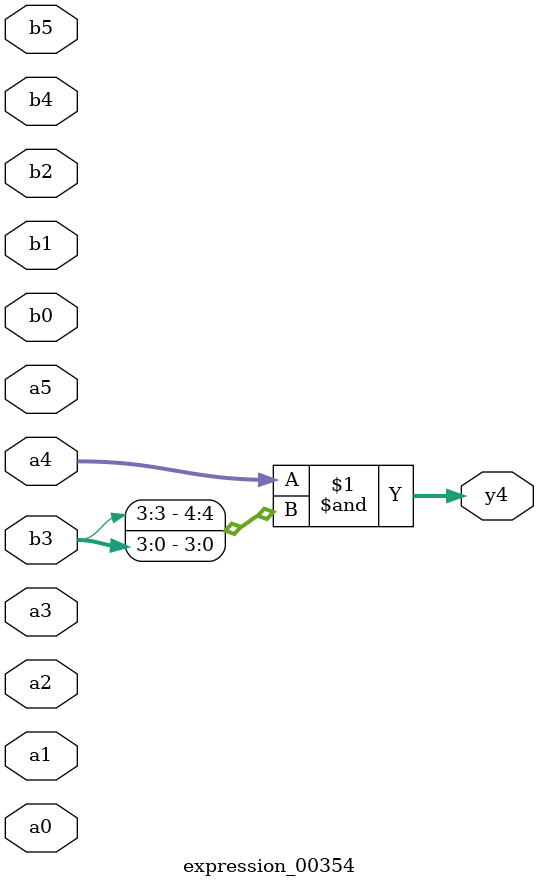
<source format=v>
module expression_00354(a0, a1, a2, a3, a4, a5, b0, b1, b2, b3, b4, b5, y4);
  input [3:0] a0;
  input [4:0] a1;
  input [5:0] a2;
  input signed [3:0] a3;
  input signed [4:0] a4;
  input signed [5:0] a5;

  input [3:0] b0;
  input [4:0] b1;
  input [5:0] b2;
  input signed [3:0] b3;
  input signed [4:0] b4;
  input signed [5:0] b5;

  output wire signed [4:0] y4;

  localparam signed [4:0] p10 = ((3'd0)?(2'd1):(-2'sd1));

  assign y4 = ((p10?a4:b4)&$signed(b3));
endmodule

</source>
